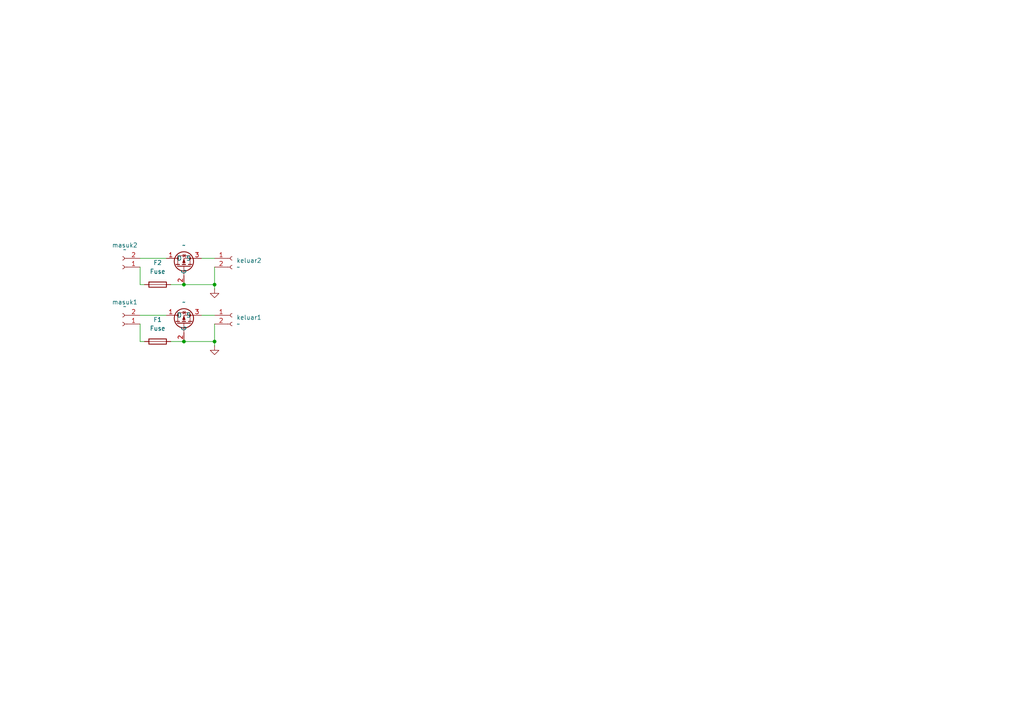
<source format=kicad_sch>
(kicad_sch (version 20250114) (generator "eeschema") (generator_version "9.0")
  (paper "A4")
  (lib_symbols
    (symbol "Connector:Conn_01x02_Socket" (pin_names (offset 1.016) (hide yes))
      (property "Reference" "J" (at 0 2.54 0))
      (property "Value" "Conn_01x02_Socket" (at 0 -5.08 0))
      (symbol "Conn_01x02_Socket_1_1"
        (polyline (pts (xy -1.27 0) (xy -0.508 0)) (stroke (width 0.1524)))
        (polyline (pts (xy -1.27 -2.54) (xy -0.508 -2.54)) (stroke (width 0.1524)))
        (arc (start 0 -0.508) (mid -0.5058 0) (end 0 0.508) (stroke (width 0.1524)))
        (arc (start 0 -3.048) (mid -0.5058 -2.54) (end 0 -2.032) (stroke (width 0.1524)))
        (pin passive line (at -5.08 0 0) (length 3.81) (name "Pin_1") (number "1"))
        (pin passive line (at -5.08 -2.54 0) (length 3.81) (name "Pin_2") (number "2"))
      )
    )
    (symbol "Device:Fuse" (pin_numbers (hide yes)) (pin_names (offset 0))
      (property "Reference" "F" (at 2.032 0 90))
      (property "Value" "Fuse" (at -1.905 0 90))
      (symbol "Fuse_0_1"
        (rectangle (start -0.762 -2.54) (end 0.762 2.54) (stroke (width 0.254)))
        (polyline (pts (xy 0 2.54) (xy 0 -2.54)))
      )
      (symbol "Fuse_1_1"
        (pin passive line (at 0 3.81 270) (length 1.27) (name "~") (number "1"))
        (pin passive line (at 0 -3.81 90) (length 1.27) (name "~") (number "2"))
      )
    )
    (symbol "New_Library:AOD4407"
      (symbol "AOD4407_0_1"
        (polyline (pts (xy -2.54 -1.27) (xy 0 -1.27) (xy 0 0.508)))
        (circle (center -1.778 -1.27) (radius 0.254) (fill (type outline)))
        (polyline (pts (xy -1.27 0.508) (xy -2.286 0.508)) (stroke (width 0.254)))
        (polyline (pts (xy -0.508 -1.524) (xy -0.381 -1.651) (xy -0.381 -2.413) (xy -0.254 -2.54)))
        (polyline (pts (xy -0.381 -2.032) (xy 0.254 -1.651) (xy 0.254 -2.413) (xy -0.381 -2.032)))
        (polyline (pts (xy 0 1.016) (xy 0 3.81)))
        (circle (center 0 -0.381) (radius 2.794) (stroke (width 0.254)))
        (polyline (pts (xy 0 -1.016) (xy 0.381 0) (xy -0.381 0) (xy 0 -1.016)) (fill (type outline)))
        (polyline (pts (xy 0.508 0.508) (xy -0.508 0.508)) (stroke (width 0.254)))
        (polyline (pts (xy 1.778 0.508) (xy 1.778 -2.032) (xy -1.778 -2.032) (xy -1.778 0.508)))
        (circle (center 1.778 -1.27) (radius 0.254) (fill (type outline)))
        (polyline (pts (xy 1.905 1.016) (xy -1.905 1.016)) (stroke (width 0.254)))
        (polyline (pts (xy 2.286 0.508) (xy 1.27 0.508)) (stroke (width 0.254)))
        (polyline (pts (xy 2.54 -1.27) (xy 1.778 -1.27)))
      )
      (symbol "AOD4407_1_1"
        (pin passive line (at -5.08 -1.27 0) (length 2.54) (name "S") (number "3"))
        (pin input line (at 0 6.35 270) (length 2.54) (name "G") (number "2"))
        (pin passive line (at 5.08 -1.27 180) (length 2.54) (name "D") (number "1"))
      )
    )
    (symbol "power:GND" (power) (pin_numbers (hide yes)) (pin_names (offset 0) (hide yes))
      (property "Value" "GND" (at 0 -3.81 0))
      (symbol "GND_0_1"
        (polyline (pts (xy 0 0) (xy 0 -1.27) (xy 1.27 -1.27) (xy 0 -2.54) (xy -1.27 -1.27) (xy 0 -1.27)))
      )
      (symbol "GND_1_1"
        (pin power_in line (at 0 0 270) (length 0) (name "~") (number "1"))
      )
    )
  )
  (junction (at 62.23 99.06))
  (junction (at 62.23 82.55))
  (junction (at 53.34 82.55))
  (junction (at 53.34 99.06))
  (wire (pts (xy 40.64 91.44) (xy 48.26 91.44)))
  (wire (pts (xy 53.34 99.06) (xy 62.23 99.06)))
  (wire (pts (xy 40.64 93.98) (xy 40.64 99.06)))
  (wire (pts (xy 58.42 91.44) (xy 62.23 91.44)))
  (wire (pts (xy 49.53 99.06) (xy 53.34 99.06)))
  (wire (pts (xy 40.64 77.47) (xy 40.64 82.55)))
  (wire (pts (xy 62.23 82.55) (xy 62.23 83.82)))
  (wire (pts (xy 62.23 99.06) (xy 62.23 100.33)))
  (wire (pts (xy 53.34 82.55) (xy 62.23 82.55)))
  (wire (pts (xy 58.42 74.93) (xy 62.23 74.93)))
  (wire (pts (xy 62.23 93.98) (xy 62.23 99.06)))
  (wire (pts (xy 40.64 74.93) (xy 48.26 74.93)))
  (wire (pts (xy 40.64 99.06) (xy 41.91 99.06)))
  (wire (pts (xy 40.64 82.55) (xy 41.91 82.55)))
  (wire (pts (xy 62.23 77.47) (xy 62.23 82.55)))
  (wire (pts (xy 49.53 82.55) (xy 53.34 82.55)))
  (symbol (lib_id "Connector:Conn_01x02_Socket") (at 67.31 74.93 0) (unit 1)
    (property "Reference" "keluar2" (at 68.58 75.5649 0) (effects (justify left)))
    (property "Value" "~" (at 68.58 77.47 0) (effects (justify left)))
    (property "Footprint" "Connector_JST:JST_EH_B2B-EH-A_1x02_P2.50mm_Vertical" (effects (hide yes)))
    (property "Description" "Generic connector, single row, 01x02, script generated" (effects (hide yes)))
  )
  (symbol (lib_id "Connector:Conn_01x02_Socket") (at 35.56 77.47 180) (unit 1)
    (property "Reference" "masuk2" (at 36.195 71.12 0))
    (property "Value" "~" (at 36.195 72.39 0))
    (property "Footprint" "Connector_JST:JST_EH_B2B-EH-A_1x02_P2.50mm_Vertical" (effects (hide yes)))
    (property "Description" "Generic connector, single row, 01x02, script generated" (effects (hide yes)))
  )
  (symbol (lib_id "Connector:Conn_01x02_Socket") (at 35.56 93.98 180) (unit 1)
    (property "Reference" "masuk1" (at 36.195 87.63 0))
    (property "Value" "~" (at 36.195 88.9 0))
    (property "Footprint" "Connector_JST:JST_EH_B2B-EH-A_1x02_P2.50mm_Vertical" (effects (hide yes)))
    (property "Description" "Generic connector, single row, 01x02, script generated" (effects (hide yes)))
  )
  (symbol (lib_id "power:GND") (at 62.23 83.82 0) (unit 1)
    (property "Reference" "#PWR02" (effects (hide yes)))
    (property "Value" "GND" (effects (hide yes)))
    (property "Description" "Power symbol creates a global label with name \"GND\" , ground" (effects (hide yes)))
  )
  (symbol (lib_id "Connector:Conn_01x02_Socket") (at 67.31 91.44 0) (unit 1)
    (property "Reference" "keluar1" (at 68.58 92.0749 0) (effects (justify left)))
    (property "Value" "~" (at 68.58 93.98 0) (effects (justify left)))
    (property "Footprint" "Connector_JST:JST_EH_B2B-EH-A_1x02_P2.50mm_Vertical" (effects (hide yes)))
    (property "Description" "Generic connector, single row, 01x02, script generated" (effects (hide yes)))
  )
  (symbol (lib_id "Device:Fuse") (at 45.72 82.55 90) (unit 1)
    (property "Reference" "F2" (at 45.72 76.2 90))
    (property "Value" "Fuse" (at 45.72 78.74 90))
    (property "Footprint" "Fuse:Fuseholder_Clip-5x20mm_Bel_FC-203-22_Lateral_P17.80x5.00mm_D1.17mm_Horizontal" (effects (hide yes)))
    (property "Description" "Fuse" (effects (hide yes)))
  )
  (symbol (lib_id "New_Library:AOD4407") (at 53.34 92.71 180) (unit 1)
    (property "Reference" "U1" (effects (hide yes)))
    (property "Value" "~" (at 53.34 87.63 0))
    (property "Footprint" "Library:SOIC-8 (AOD)" (effects (hide yes)))
  )
  (symbol (lib_id "New_Library:AOD4407") (at 53.34 76.2 180) (unit 1)
    (property "Reference" "U2" (effects (hide yes)))
    (property "Value" "~" (at 53.34 71.12 0))
    (property "Footprint" "Library:SOIC-8 (AOD)" (effects (hide yes)))
  )
  (symbol (lib_id "power:GND") (at 62.23 100.33 0) (unit 1)
    (property "Reference" "#PWR01" (effects (hide yes)))
    (property "Value" "GND" (effects (hide yes)))
    (property "Description" "Power symbol creates a global label with name \"GND\" , ground" (effects (hide yes)))
  )
  (symbol (lib_id "Device:Fuse") (at 45.72 99.06 90) (unit 1)
    (property "Reference" "F1" (at 45.72 92.71 90))
    (property "Value" "Fuse" (at 45.72 95.25 90))
    (property "Footprint" "Fuse:Fuseholder_Clip-5x20mm_Bel_FC-203-22_Lateral_P17.80x5.00mm_D1.17mm_Horizontal" (effects (hide yes)))
    (property "Description" "Fuse" (effects (hide yes)))
  )
)
</source>
